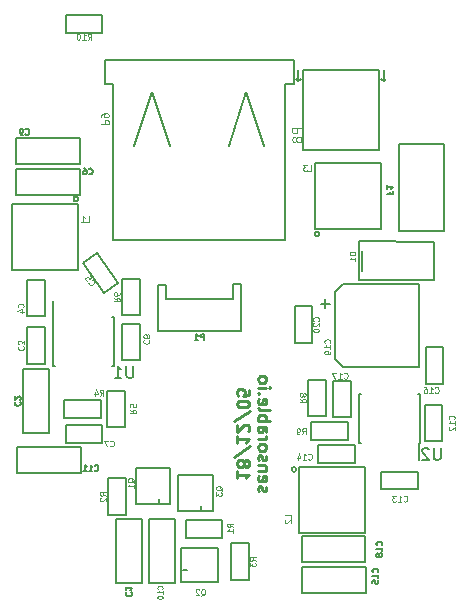
<source format=gbo>
G04 #@! TF.GenerationSoftware,KiCad,Pcbnew,(5.0.1)-4*
G04 #@! TF.CreationDate,2018-12-06T20:38:25-05:00*
G04 #@! TF.ProjectId,TrafMasterV1,547261664D617374657256312E6B6963,V1*
G04 #@! TF.SameCoordinates,Original*
G04 #@! TF.FileFunction,Legend,Bot*
G04 #@! TF.FilePolarity,Positive*
%FSLAX46Y46*%
G04 Gerber Fmt 4.6, Leading zero omitted, Abs format (unit mm)*
G04 Created by KiCad (PCBNEW (5.0.1)-4) date 12/6/2018 8:38:25 PM*
%MOMM*%
%LPD*%
G01*
G04 APERTURE LIST*
%ADD10C,0.254000*%
%ADD11C,0.150000*%
%ADD12C,0.100000*%
%ADD13C,0.125000*%
%ADD14C,0.127000*%
%ADD15C,0.107950*%
G04 APERTURE END LIST*
D10*
X106659921Y-95387885D02*
X106611540Y-95291123D01*
X106611540Y-95097600D01*
X106659921Y-95000838D01*
X106756683Y-94952457D01*
X106805064Y-94952457D01*
X106901826Y-95000838D01*
X106950207Y-95097600D01*
X106950207Y-95242742D01*
X106998588Y-95339504D01*
X107095350Y-95387885D01*
X107143731Y-95387885D01*
X107240493Y-95339504D01*
X107288874Y-95242742D01*
X107288874Y-95097600D01*
X107240493Y-95000838D01*
X106659921Y-94129980D02*
X106611540Y-94226742D01*
X106611540Y-94420266D01*
X106659921Y-94517028D01*
X106756683Y-94565409D01*
X107143731Y-94565409D01*
X107240493Y-94517028D01*
X107288874Y-94420266D01*
X107288874Y-94226742D01*
X107240493Y-94129980D01*
X107143731Y-94081600D01*
X107046969Y-94081600D01*
X106950207Y-94565409D01*
X107288874Y-93646171D02*
X106611540Y-93646171D01*
X107192112Y-93646171D02*
X107240493Y-93597790D01*
X107288874Y-93501028D01*
X107288874Y-93355885D01*
X107240493Y-93259123D01*
X107143731Y-93210742D01*
X106611540Y-93210742D01*
X106659921Y-92775314D02*
X106611540Y-92678552D01*
X106611540Y-92485028D01*
X106659921Y-92388266D01*
X106756683Y-92339885D01*
X106805064Y-92339885D01*
X106901826Y-92388266D01*
X106950207Y-92485028D01*
X106950207Y-92630171D01*
X106998588Y-92726933D01*
X107095350Y-92775314D01*
X107143731Y-92775314D01*
X107240493Y-92726933D01*
X107288874Y-92630171D01*
X107288874Y-92485028D01*
X107240493Y-92388266D01*
X106611540Y-91759314D02*
X106659921Y-91856076D01*
X106708302Y-91904457D01*
X106805064Y-91952838D01*
X107095350Y-91952838D01*
X107192112Y-91904457D01*
X107240493Y-91856076D01*
X107288874Y-91759314D01*
X107288874Y-91614171D01*
X107240493Y-91517409D01*
X107192112Y-91469028D01*
X107095350Y-91420647D01*
X106805064Y-91420647D01*
X106708302Y-91469028D01*
X106659921Y-91517409D01*
X106611540Y-91614171D01*
X106611540Y-91759314D01*
X106611540Y-90985219D02*
X107288874Y-90985219D01*
X107095350Y-90985219D02*
X107192112Y-90936838D01*
X107240493Y-90888457D01*
X107288874Y-90791695D01*
X107288874Y-90694933D01*
X106611540Y-89920838D02*
X107143731Y-89920838D01*
X107240493Y-89969219D01*
X107288874Y-90065980D01*
X107288874Y-90259504D01*
X107240493Y-90356266D01*
X106659921Y-89920838D02*
X106611540Y-90017600D01*
X106611540Y-90259504D01*
X106659921Y-90356266D01*
X106756683Y-90404647D01*
X106853445Y-90404647D01*
X106950207Y-90356266D01*
X106998588Y-90259504D01*
X106998588Y-90017600D01*
X107046969Y-89920838D01*
X106611540Y-89437028D02*
X107627540Y-89437028D01*
X107240493Y-89437028D02*
X107288874Y-89340266D01*
X107288874Y-89146742D01*
X107240493Y-89049980D01*
X107192112Y-89001600D01*
X107095350Y-88953219D01*
X106805064Y-88953219D01*
X106708302Y-89001600D01*
X106659921Y-89049980D01*
X106611540Y-89146742D01*
X106611540Y-89340266D01*
X106659921Y-89437028D01*
X106611540Y-88372647D02*
X106659921Y-88469409D01*
X106756683Y-88517790D01*
X107627540Y-88517790D01*
X106659921Y-87598552D02*
X106611540Y-87695314D01*
X106611540Y-87888838D01*
X106659921Y-87985600D01*
X106756683Y-88033980D01*
X107143731Y-88033980D01*
X107240493Y-87985600D01*
X107288874Y-87888838D01*
X107288874Y-87695314D01*
X107240493Y-87598552D01*
X107143731Y-87550171D01*
X107046969Y-87550171D01*
X106950207Y-88033980D01*
X106708302Y-87114742D02*
X106659921Y-87066361D01*
X106611540Y-87114742D01*
X106659921Y-87163123D01*
X106708302Y-87114742D01*
X106611540Y-87114742D01*
X106611540Y-86630933D02*
X107288874Y-86630933D01*
X107627540Y-86630933D02*
X107579160Y-86679314D01*
X107530779Y-86630933D01*
X107579160Y-86582552D01*
X107627540Y-86630933D01*
X107530779Y-86630933D01*
X106611540Y-86001980D02*
X106659921Y-86098742D01*
X106708302Y-86147123D01*
X106805064Y-86195504D01*
X107095350Y-86195504D01*
X107192112Y-86147123D01*
X107240493Y-86098742D01*
X107288874Y-86001980D01*
X107288874Y-85856838D01*
X107240493Y-85760076D01*
X107192112Y-85711695D01*
X107095350Y-85663314D01*
X106805064Y-85663314D01*
X106708302Y-85711695D01*
X106659921Y-85760076D01*
X106611540Y-85856838D01*
X106611540Y-86001980D01*
X104833540Y-93718742D02*
X104833540Y-94299314D01*
X104833540Y-94009028D02*
X105849540Y-94009028D01*
X105704398Y-94105790D01*
X105607636Y-94202552D01*
X105559255Y-94299314D01*
X105414112Y-93138171D02*
X105462493Y-93234933D01*
X105510874Y-93283314D01*
X105607636Y-93331695D01*
X105656017Y-93331695D01*
X105752779Y-93283314D01*
X105801160Y-93234933D01*
X105849540Y-93138171D01*
X105849540Y-92944647D01*
X105801160Y-92847885D01*
X105752779Y-92799504D01*
X105656017Y-92751123D01*
X105607636Y-92751123D01*
X105510874Y-92799504D01*
X105462493Y-92847885D01*
X105414112Y-92944647D01*
X105414112Y-93138171D01*
X105365731Y-93234933D01*
X105317350Y-93283314D01*
X105220588Y-93331695D01*
X105027064Y-93331695D01*
X104930302Y-93283314D01*
X104881921Y-93234933D01*
X104833540Y-93138171D01*
X104833540Y-92944647D01*
X104881921Y-92847885D01*
X104930302Y-92799504D01*
X105027064Y-92751123D01*
X105220588Y-92751123D01*
X105317350Y-92799504D01*
X105365731Y-92847885D01*
X105414112Y-92944647D01*
X105897921Y-91589980D02*
X104591636Y-92460838D01*
X104833540Y-90719123D02*
X104833540Y-91299695D01*
X104833540Y-91009409D02*
X105849540Y-91009409D01*
X105704398Y-91106171D01*
X105607636Y-91202933D01*
X105559255Y-91299695D01*
X105752779Y-90332076D02*
X105801160Y-90283695D01*
X105849540Y-90186933D01*
X105849540Y-89945028D01*
X105801160Y-89848266D01*
X105752779Y-89799885D01*
X105656017Y-89751504D01*
X105559255Y-89751504D01*
X105414112Y-89799885D01*
X104833540Y-90380457D01*
X104833540Y-89751504D01*
X105897921Y-88590361D02*
X104591636Y-89461219D01*
X105849540Y-88058171D02*
X105849540Y-87961409D01*
X105801160Y-87864647D01*
X105752779Y-87816266D01*
X105656017Y-87767885D01*
X105462493Y-87719504D01*
X105220588Y-87719504D01*
X105027064Y-87767885D01*
X104930302Y-87816266D01*
X104881921Y-87864647D01*
X104833540Y-87961409D01*
X104833540Y-88058171D01*
X104881921Y-88154933D01*
X104930302Y-88203314D01*
X105027064Y-88251695D01*
X105220588Y-88300076D01*
X105462493Y-88300076D01*
X105656017Y-88251695D01*
X105752779Y-88203314D01*
X105801160Y-88154933D01*
X105849540Y-88058171D01*
X105849540Y-86800266D02*
X105849540Y-87284076D01*
X105365731Y-87332457D01*
X105414112Y-87284076D01*
X105462493Y-87187314D01*
X105462493Y-86945409D01*
X105414112Y-86848647D01*
X105365731Y-86800266D01*
X105268969Y-86751885D01*
X105027064Y-86751885D01*
X104930302Y-86800266D01*
X104881921Y-86848647D01*
X104833540Y-86945409D01*
X104833540Y-87187314D01*
X104881921Y-87284076D01*
X104930302Y-87332457D01*
D11*
G04 #@! TO.C,C14*
X114818760Y-91487559D02*
X114818760Y-92987560D01*
X111718760Y-91487560D02*
X114818760Y-91487559D01*
X111718760Y-92987561D02*
X111718760Y-91487560D01*
X114818760Y-92987560D02*
X111718760Y-92987561D01*
G04 #@! TO.C,U2*
X120251460Y-91310280D02*
X120251460Y-92710280D01*
X115151460Y-91310280D02*
X115151460Y-87160280D01*
X120301460Y-91310280D02*
X120301460Y-87160280D01*
X115151460Y-91310280D02*
X115296460Y-91310280D01*
X115151460Y-87160280D02*
X115296460Y-87160280D01*
X120301460Y-87160280D02*
X120156460Y-87160280D01*
X120301460Y-91310280D02*
X120251460Y-91310280D01*
G04 #@! TO.C,D1*
X115415060Y-75013820D02*
X115415060Y-76735940D01*
X115150500Y-77482500D02*
X115150500Y-74232500D01*
X121500500Y-77532500D02*
X115145820Y-77533500D01*
X121500500Y-74282500D02*
X121500500Y-77532500D01*
X115150500Y-74232500D02*
X121500500Y-74282500D01*
G04 #@! TO.C,C19*
X112313000Y-79107000D02*
X112313000Y-79907000D01*
X111913000Y-79507000D02*
X112713000Y-79507000D01*
X113813000Y-77807000D02*
X120213000Y-77807000D01*
X113113000Y-78507000D02*
X113813000Y-77807000D01*
X113113000Y-84207000D02*
X113113000Y-78507000D01*
X113813000Y-84907000D02*
X113113000Y-84207000D01*
X120213000Y-84907000D02*
X113813000Y-84907000D01*
X120213000Y-77907000D02*
X120213000Y-84907000D01*
G04 #@! TO.C,P9*
X105612700Y-61621900D02*
X107112700Y-66121900D01*
X104112700Y-66121900D02*
X105612700Y-61621900D01*
X97612700Y-61621900D02*
X99112700Y-66121900D01*
X96112700Y-66121900D02*
X97612700Y-61621900D01*
X94362700Y-60871900D02*
X94362700Y-74121900D01*
X93612700Y-60871900D02*
X94362700Y-60871900D01*
X93612700Y-58871900D02*
X93612700Y-60871900D01*
X109612700Y-58871900D02*
X93612700Y-58871900D01*
X109612700Y-60871900D02*
X109612700Y-58871900D01*
X108862700Y-60871900D02*
X109612700Y-60871900D01*
X108862700Y-74121900D02*
X108862700Y-60871900D01*
X94362700Y-74121900D02*
X108862700Y-74121900D01*
G04 #@! TO.C,C16*
X120783920Y-83214880D02*
X122283920Y-83214880D01*
X120783920Y-86314880D02*
X120783920Y-83214880D01*
X122283920Y-86314880D02*
X120783920Y-86314880D01*
X122283920Y-83214880D02*
X122283920Y-86314880D01*
G04 #@! TO.C,C13*
X117042600Y-95243080D02*
X117042600Y-93743080D01*
X120142600Y-95243080D02*
X117042600Y-95243080D01*
X120142600Y-93743080D02*
X120142600Y-95243080D01*
X117042600Y-93743080D02*
X120142600Y-93743080D01*
G04 #@! TO.C,C12*
X120702640Y-88074880D02*
X122202640Y-88074880D01*
X120702640Y-91174880D02*
X120702640Y-88074880D01*
X122202640Y-91174880D02*
X120702640Y-91174880D01*
X122202640Y-88074880D02*
X122202640Y-91174880D01*
G04 #@! TO.C,C17*
X112950560Y-86044440D02*
X114450560Y-86044440D01*
X112950560Y-89144440D02*
X112950560Y-86044440D01*
X114450560Y-89144440D02*
X112950560Y-89144440D01*
X114450560Y-86044440D02*
X114450560Y-89144440D01*
G04 #@! TO.C,R9*
X114193920Y-89531760D02*
X114193920Y-91031760D01*
X111093920Y-89531760D02*
X114193920Y-89531760D01*
X111093920Y-91031760D02*
X111093920Y-89531760D01*
X114193920Y-91031760D02*
X111093920Y-91031760D01*
G04 #@! TO.C,L2*
X109836960Y-93549160D02*
G75*
G03X109836960Y-93549160I-200000J0D01*
G01*
X110036960Y-93349160D02*
X115636960Y-93349160D01*
X110036960Y-98949160D02*
X110036960Y-93349160D01*
X115636960Y-98949160D02*
X110036960Y-98949160D01*
X115636960Y-93349160D02*
X115636960Y-98949160D01*
G04 #@! TO.C,R8*
X112332200Y-89058080D02*
X110832200Y-89058080D01*
X112332200Y-85958080D02*
X112332200Y-89058080D01*
X110832200Y-85958080D02*
X112332200Y-85958080D01*
X110832200Y-89058080D02*
X110832200Y-85958080D01*
G04 #@! TO.C,C18*
X115694440Y-101343640D02*
X110294440Y-101343640D01*
X110294440Y-101343640D02*
X110294440Y-99143640D01*
X110294440Y-99143640D02*
X115694440Y-99143640D01*
X115694440Y-99143640D02*
X115694440Y-101293640D01*
G04 #@! TO.C,C15*
X115735080Y-103964920D02*
X110335080Y-103964920D01*
X110335080Y-103964920D02*
X110335080Y-101764920D01*
X110335080Y-101764920D02*
X115735080Y-101764920D01*
X115735080Y-101764920D02*
X115735080Y-103914920D01*
G04 #@! TO.C,C11*
X86200000Y-91686200D02*
X91600000Y-91686200D01*
X91600000Y-91686200D02*
X91600000Y-93886200D01*
X91600000Y-93886200D02*
X86200000Y-93886200D01*
X86200000Y-93886200D02*
X86200000Y-91736200D01*
G04 #@! TO.C,U1*
X89283300Y-80652800D02*
X89283300Y-79252800D01*
X94383300Y-80652800D02*
X94383300Y-84802800D01*
X89233300Y-80652800D02*
X89233300Y-84802800D01*
X94383300Y-80652800D02*
X94238300Y-80652800D01*
X94383300Y-84802800D02*
X94238300Y-84802800D01*
X89233300Y-84802800D02*
X89378300Y-84802800D01*
X89233300Y-80652800D02*
X89283300Y-80652800D01*
G04 #@! TO.C,C5*
X94751888Y-77771023D02*
X93523159Y-78631388D01*
X92973801Y-75231652D02*
X94751888Y-77771023D01*
X91745072Y-76092017D02*
X92973801Y-75231652D01*
X93523159Y-78631388D02*
X91745072Y-76092017D01*
G04 #@! TO.C,R1*
X103566180Y-97819700D02*
X103566180Y-99319700D01*
X100466180Y-97819700D02*
X103566180Y-97819700D01*
X100466180Y-99319700D02*
X100466180Y-97819700D01*
X103566180Y-99319700D02*
X100466180Y-99319700D01*
G04 #@! TO.C,P1*
X105142800Y-77928000D02*
X105142800Y-81828000D01*
X105142800Y-81828000D02*
X98192800Y-81828000D01*
X98192800Y-81828000D02*
X98092800Y-81828000D01*
X98092800Y-81828000D02*
X98092800Y-77928000D01*
X98092800Y-77928000D02*
X98842800Y-77928000D01*
X98842800Y-77928000D02*
X98842800Y-79128000D01*
X98842800Y-79128000D02*
X104442800Y-79128000D01*
X104442800Y-79128000D02*
X104442800Y-77878000D01*
X104442800Y-77878000D02*
X105142800Y-77878000D01*
G04 #@! TO.C,C1*
X94566180Y-103174700D02*
X94566180Y-97774700D01*
X94566180Y-97774700D02*
X96766180Y-97774700D01*
X96766180Y-97774700D02*
X96766180Y-103174700D01*
X96766180Y-103174700D02*
X94616180Y-103174700D01*
G04 #@! TO.C,C2*
X86733200Y-90457000D02*
X86733200Y-85057000D01*
X86733200Y-85057000D02*
X88933200Y-85057000D01*
X88933200Y-85057000D02*
X88933200Y-90457000D01*
X88933200Y-90457000D02*
X86783200Y-90457000D01*
G04 #@! TO.C,Q1*
X99184120Y-93405360D02*
X99184120Y-96505360D01*
X99184120Y-96505360D02*
X96284120Y-96505360D01*
X96284120Y-96505360D02*
X96284120Y-93405360D01*
X96284120Y-93405360D02*
X99184120Y-93405360D01*
X98184120Y-96405360D02*
X98184120Y-96055360D01*
G04 #@! TO.C,Q2*
X103210580Y-103067700D02*
X100110580Y-103067700D01*
X100110580Y-103067700D02*
X100110580Y-100167700D01*
X100110580Y-100167700D02*
X103210580Y-100167700D01*
X103210580Y-100167700D02*
X103210580Y-103067700D01*
X100210580Y-102067700D02*
X100560580Y-102067700D01*
G04 #@! TO.C,Q3*
X102754980Y-93997100D02*
X102754980Y-97097100D01*
X102754980Y-97097100D02*
X99854980Y-97097100D01*
X99854980Y-97097100D02*
X99854980Y-93997100D01*
X99854980Y-93997100D02*
X102754980Y-93997100D01*
X101754980Y-96997100D02*
X101754980Y-96647100D01*
G04 #@! TO.C,R2*
X93920880Y-94263880D02*
X95420880Y-94263880D01*
X93920880Y-97363880D02*
X93920880Y-94263880D01*
X95420880Y-97363880D02*
X93920880Y-97363880D01*
X95420880Y-94263880D02*
X95420880Y-97363880D01*
G04 #@! TO.C,R3*
X104314180Y-99813700D02*
X105814180Y-99813700D01*
X104314180Y-102913700D02*
X104314180Y-99813700D01*
X105814180Y-102913700D02*
X104314180Y-102913700D01*
X105814180Y-99813700D02*
X105814180Y-102913700D01*
G04 #@! TO.C,P8*
X110026900Y-59693600D02*
X110026900Y-60693600D01*
X110026900Y-60693600D02*
X110226900Y-60493600D01*
X110026900Y-60693600D02*
X109826900Y-60493600D01*
X117226900Y-60693600D02*
X117426900Y-60493600D01*
X117226900Y-60693600D02*
X117026900Y-60493600D01*
X117226900Y-59693600D02*
X117226900Y-60693600D01*
X116826900Y-59693600D02*
X110426900Y-59693600D01*
X116826900Y-66493600D02*
X116826900Y-59693600D01*
X110426900Y-66493600D02*
X116826900Y-66493600D01*
X110426900Y-59693600D02*
X110426900Y-66493600D01*
G04 #@! TO.C,C6*
X91498400Y-70340400D02*
X86098400Y-70340400D01*
X86098400Y-70340400D02*
X86098400Y-68140400D01*
X86098400Y-68140400D02*
X91498400Y-68140400D01*
X91498400Y-68140400D02*
X91498400Y-70290400D01*
G04 #@! TO.C,C9*
X91498400Y-67724200D02*
X86098400Y-67724200D01*
X86098400Y-67724200D02*
X86098400Y-65524200D01*
X86098400Y-65524200D02*
X91498400Y-65524200D01*
X91498400Y-65524200D02*
X91498400Y-67674200D01*
G04 #@! TO.C,C10*
X99598280Y-97736600D02*
X99598280Y-103136600D01*
X99598280Y-103136600D02*
X97398280Y-103136600D01*
X97398280Y-103136600D02*
X97398280Y-97736600D01*
X97398280Y-97736600D02*
X99548280Y-97736600D01*
G04 #@! TO.C,L1*
X91369800Y-70647600D02*
G75*
G03X91369800Y-70647600I-200000J0D01*
G01*
X91369800Y-71047600D02*
X91369800Y-76647600D01*
X85769800Y-71047600D02*
X91369800Y-71047600D01*
X85769800Y-76647600D02*
X85769800Y-71047600D01*
X91369800Y-76647600D02*
X85769800Y-76647600D01*
G04 #@! TO.C,R4*
X93294800Y-87667400D02*
X93294800Y-89167400D01*
X90194800Y-87667400D02*
X93294800Y-87667400D01*
X90194800Y-89167400D02*
X90194800Y-87667400D01*
X93294800Y-89167400D02*
X90194800Y-89167400D01*
G04 #@! TO.C,R5*
X95339600Y-89992800D02*
X93839600Y-89992800D01*
X95339600Y-86892800D02*
X95339600Y-89992800D01*
X93839600Y-86892800D02*
X95339600Y-86892800D01*
X93839600Y-89992800D02*
X93839600Y-86892800D01*
G04 #@! TO.C,C3*
X88545100Y-84582600D02*
X87045100Y-84582600D01*
X88545100Y-81482600D02*
X88545100Y-84582600D01*
X87045100Y-81482600D02*
X88545100Y-81482600D01*
X87045100Y-84582600D02*
X87045100Y-81482600D01*
G04 #@! TO.C,C4*
X87032400Y-77469400D02*
X88532400Y-77469400D01*
X87032400Y-80569400D02*
X87032400Y-77469400D01*
X88532400Y-80569400D02*
X87032400Y-80569400D01*
X88532400Y-77469400D02*
X88532400Y-80569400D01*
G04 #@! TO.C,C7*
X90305000Y-91275600D02*
X90305000Y-89775600D01*
X93405000Y-91275600D02*
X90305000Y-91275600D01*
X93405000Y-89775600D02*
X93405000Y-91275600D01*
X90305000Y-89775600D02*
X93405000Y-89775600D01*
G04 #@! TO.C,C8*
X96584200Y-84303200D02*
X95084200Y-84303200D01*
X96584200Y-81203200D02*
X96584200Y-84303200D01*
X95084200Y-81203200D02*
X96584200Y-81203200D01*
X95084200Y-84303200D02*
X95084200Y-81203200D01*
G04 #@! TO.C,R6*
X96609600Y-80505900D02*
X95109600Y-80505900D01*
X96609600Y-77405900D02*
X96609600Y-80505900D01*
X95109600Y-77405900D02*
X96609600Y-77405900D01*
X95109600Y-80505900D02*
X95109600Y-77405900D01*
G04 #@! TO.C,F1*
X118500000Y-73400000D02*
X118500000Y-66000000D01*
X118500000Y-66000000D02*
X122350000Y-66000000D01*
X122350000Y-66000000D02*
X122350000Y-73400000D01*
X122350000Y-73400000D02*
X118500000Y-73400000D01*
G04 #@! TO.C,L3*
X111800000Y-73600000D02*
G75*
G03X111800000Y-73600000I-200000J0D01*
G01*
X111400000Y-73200000D02*
X111400000Y-67600000D01*
X117000000Y-73200000D02*
X111400000Y-73200000D01*
X117000000Y-67600000D02*
X117000000Y-73200000D01*
X111400000Y-67600000D02*
X117000000Y-67600000D01*
G04 #@! TO.C,R10*
X93416720Y-56574120D02*
X90316720Y-56574120D01*
X90316720Y-56574120D02*
X90316720Y-55074120D01*
X90316720Y-55074120D02*
X93416720Y-55074120D01*
X93416720Y-55074120D02*
X93416720Y-56574120D01*
G04 #@! TO.C,C20*
X109689200Y-79731560D02*
X111189200Y-79731560D01*
X109689200Y-82831560D02*
X109689200Y-79731560D01*
X111189200Y-82831560D02*
X109689200Y-82831560D01*
X111189200Y-79731560D02*
X111189200Y-82831560D01*
G04 #@! TO.C,C14*
D12*
X110857148Y-92659971D02*
X110880958Y-92683780D01*
X110952386Y-92707590D01*
X111000005Y-92707590D01*
X111071434Y-92683780D01*
X111119053Y-92636161D01*
X111142862Y-92588542D01*
X111166672Y-92493304D01*
X111166672Y-92421876D01*
X111142862Y-92326638D01*
X111119053Y-92279019D01*
X111071434Y-92231400D01*
X111000005Y-92207590D01*
X110952386Y-92207590D01*
X110880958Y-92231400D01*
X110857148Y-92255209D01*
X110380958Y-92707590D02*
X110666672Y-92707590D01*
X110523815Y-92707590D02*
X110523815Y-92207590D01*
X110571434Y-92279019D01*
X110619053Y-92326638D01*
X110666672Y-92350447D01*
X109952386Y-92374257D02*
X109952386Y-92707590D01*
X110071434Y-92183780D02*
X110190481Y-92540923D01*
X109880958Y-92540923D01*
G04 #@! TO.C,U2*
D11*
X122051984Y-91740740D02*
X122051984Y-92550264D01*
X122004365Y-92645502D01*
X121956746Y-92693121D01*
X121861508Y-92740740D01*
X121671032Y-92740740D01*
X121575794Y-92693121D01*
X121528175Y-92645502D01*
X121480556Y-92550264D01*
X121480556Y-91740740D01*
X121051984Y-91835979D02*
X121004365Y-91788360D01*
X120909127Y-91740740D01*
X120671032Y-91740740D01*
X120575794Y-91788360D01*
X120528175Y-91835979D01*
X120480556Y-91931217D01*
X120480556Y-92026455D01*
X120528175Y-92169312D01*
X121099603Y-92740740D01*
X120480556Y-92740740D01*
G04 #@! TO.C,D1*
D12*
X114846230Y-75134992D02*
X114346230Y-75134992D01*
X114346230Y-75254040D01*
X114370040Y-75325468D01*
X114417659Y-75373087D01*
X114465278Y-75396897D01*
X114560516Y-75420706D01*
X114631944Y-75420706D01*
X114727182Y-75396897D01*
X114774801Y-75373087D01*
X114822420Y-75325468D01*
X114846230Y-75254040D01*
X114846230Y-75134992D01*
X114846230Y-75896897D02*
X114846230Y-75611182D01*
X114846230Y-75754040D02*
X114346230Y-75754040D01*
X114417659Y-75706420D01*
X114465278Y-75658801D01*
X114489087Y-75611182D01*
G04 #@! TO.C,C19*
D13*
X112680251Y-82853411D02*
X112704060Y-82829601D01*
X112727870Y-82758173D01*
X112727870Y-82710554D01*
X112704060Y-82639125D01*
X112656441Y-82591506D01*
X112608822Y-82567697D01*
X112513584Y-82543887D01*
X112442156Y-82543887D01*
X112346918Y-82567697D01*
X112299299Y-82591506D01*
X112251680Y-82639125D01*
X112227870Y-82710554D01*
X112227870Y-82758173D01*
X112251680Y-82829601D01*
X112275489Y-82853411D01*
X112727870Y-83329601D02*
X112727870Y-83043887D01*
X112727870Y-83186744D02*
X112227870Y-83186744D01*
X112299299Y-83139125D01*
X112346918Y-83091506D01*
X112370727Y-83043887D01*
X112727870Y-83567697D02*
X112727870Y-83662935D01*
X112704060Y-83710554D01*
X112680251Y-83734363D01*
X112608822Y-83781982D01*
X112513584Y-83805792D01*
X112323108Y-83805792D01*
X112275489Y-83781982D01*
X112251680Y-83758173D01*
X112227870Y-83710554D01*
X112227870Y-83615316D01*
X112251680Y-83567697D01*
X112275489Y-83543887D01*
X112323108Y-83520078D01*
X112442156Y-83520078D01*
X112489775Y-83543887D01*
X112513584Y-83567697D01*
X112537394Y-83615316D01*
X112537394Y-83710554D01*
X112513584Y-83758173D01*
X112489775Y-83781982D01*
X112442156Y-83805792D01*
G04 #@! TO.C,P9*
D12*
X93341271Y-64314757D02*
X93941271Y-64314757D01*
X93941271Y-64086185D01*
X93912700Y-64029042D01*
X93884128Y-64000471D01*
X93826985Y-63971900D01*
X93741271Y-63971900D01*
X93684128Y-64000471D01*
X93655557Y-64029042D01*
X93626985Y-64086185D01*
X93626985Y-64314757D01*
X93341271Y-63686185D02*
X93341271Y-63571900D01*
X93369842Y-63514757D01*
X93398414Y-63486185D01*
X93484128Y-63429042D01*
X93598414Y-63400471D01*
X93826985Y-63400471D01*
X93884128Y-63429042D01*
X93912700Y-63457614D01*
X93941271Y-63514757D01*
X93941271Y-63629042D01*
X93912700Y-63686185D01*
X93884128Y-63714757D01*
X93826985Y-63743328D01*
X93684128Y-63743328D01*
X93626985Y-63714757D01*
X93598414Y-63686185D01*
X93569842Y-63629042D01*
X93569842Y-63514757D01*
X93598414Y-63457614D01*
X93626985Y-63429042D01*
X93684128Y-63400471D01*
G04 #@! TO.C,C16*
X121586108Y-87031331D02*
X121609918Y-87055140D01*
X121681346Y-87078950D01*
X121728965Y-87078950D01*
X121800394Y-87055140D01*
X121848013Y-87007521D01*
X121871822Y-86959902D01*
X121895632Y-86864664D01*
X121895632Y-86793236D01*
X121871822Y-86697998D01*
X121848013Y-86650379D01*
X121800394Y-86602760D01*
X121728965Y-86578950D01*
X121681346Y-86578950D01*
X121609918Y-86602760D01*
X121586108Y-86626569D01*
X121109918Y-87078950D02*
X121395632Y-87078950D01*
X121252775Y-87078950D02*
X121252775Y-86578950D01*
X121300394Y-86650379D01*
X121348013Y-86697998D01*
X121395632Y-86721807D01*
X120681346Y-86578950D02*
X120776584Y-86578950D01*
X120824203Y-86602760D01*
X120848013Y-86626569D01*
X120895632Y-86697998D01*
X120919441Y-86793236D01*
X120919441Y-86983712D01*
X120895632Y-87031331D01*
X120871822Y-87055140D01*
X120824203Y-87078950D01*
X120728965Y-87078950D01*
X120681346Y-87055140D01*
X120657537Y-87031331D01*
X120633727Y-86983712D01*
X120633727Y-86864664D01*
X120657537Y-86817045D01*
X120681346Y-86793236D01*
X120728965Y-86769426D01*
X120824203Y-86769426D01*
X120871822Y-86793236D01*
X120895632Y-86817045D01*
X120919441Y-86864664D01*
G04 #@! TO.C,C13*
X118919108Y-96215971D02*
X118942918Y-96239780D01*
X119014346Y-96263590D01*
X119061965Y-96263590D01*
X119133394Y-96239780D01*
X119181013Y-96192161D01*
X119204822Y-96144542D01*
X119228632Y-96049304D01*
X119228632Y-95977876D01*
X119204822Y-95882638D01*
X119181013Y-95835019D01*
X119133394Y-95787400D01*
X119061965Y-95763590D01*
X119014346Y-95763590D01*
X118942918Y-95787400D01*
X118919108Y-95811209D01*
X118442918Y-96263590D02*
X118728632Y-96263590D01*
X118585775Y-96263590D02*
X118585775Y-95763590D01*
X118633394Y-95835019D01*
X118681013Y-95882638D01*
X118728632Y-95906447D01*
X118276251Y-95763590D02*
X117966727Y-95763590D01*
X118133394Y-95954066D01*
X118061965Y-95954066D01*
X118014346Y-95977876D01*
X117990537Y-96001685D01*
X117966727Y-96049304D01*
X117966727Y-96168352D01*
X117990537Y-96215971D01*
X118014346Y-96239780D01*
X118061965Y-96263590D01*
X118204822Y-96263590D01*
X118252441Y-96239780D01*
X118276251Y-96215971D01*
G04 #@! TO.C,C12*
X123188231Y-89290751D02*
X123212040Y-89266941D01*
X123235850Y-89195513D01*
X123235850Y-89147894D01*
X123212040Y-89076465D01*
X123164421Y-89028846D01*
X123116802Y-89005037D01*
X123021564Y-88981227D01*
X122950136Y-88981227D01*
X122854898Y-89005037D01*
X122807279Y-89028846D01*
X122759660Y-89076465D01*
X122735850Y-89147894D01*
X122735850Y-89195513D01*
X122759660Y-89266941D01*
X122783469Y-89290751D01*
X123235850Y-89766941D02*
X123235850Y-89481227D01*
X123235850Y-89624084D02*
X122735850Y-89624084D01*
X122807279Y-89576465D01*
X122854898Y-89528846D01*
X122878707Y-89481227D01*
X122783469Y-89957418D02*
X122759660Y-89981227D01*
X122735850Y-90028846D01*
X122735850Y-90147894D01*
X122759660Y-90195513D01*
X122783469Y-90219322D01*
X122831088Y-90243132D01*
X122878707Y-90243132D01*
X122950136Y-90219322D01*
X123235850Y-89933608D01*
X123235850Y-90243132D01*
G04 #@! TO.C,C17*
X113879748Y-85807051D02*
X113903558Y-85830860D01*
X113974986Y-85854670D01*
X114022605Y-85854670D01*
X114094034Y-85830860D01*
X114141653Y-85783241D01*
X114165462Y-85735622D01*
X114189272Y-85640384D01*
X114189272Y-85568956D01*
X114165462Y-85473718D01*
X114141653Y-85426099D01*
X114094034Y-85378480D01*
X114022605Y-85354670D01*
X113974986Y-85354670D01*
X113903558Y-85378480D01*
X113879748Y-85402289D01*
X113403558Y-85854670D02*
X113689272Y-85854670D01*
X113546415Y-85854670D02*
X113546415Y-85354670D01*
X113594034Y-85426099D01*
X113641653Y-85473718D01*
X113689272Y-85497527D01*
X113236891Y-85354670D02*
X112903558Y-85354670D01*
X113117843Y-85854670D01*
G04 #@! TO.C,R9*
X110339653Y-90563830D02*
X110506320Y-90325735D01*
X110625367Y-90563830D02*
X110625367Y-90063830D01*
X110434891Y-90063830D01*
X110387272Y-90087640D01*
X110363462Y-90111449D01*
X110339653Y-90159068D01*
X110339653Y-90230497D01*
X110363462Y-90278116D01*
X110387272Y-90301925D01*
X110434891Y-90325735D01*
X110625367Y-90325735D01*
X110101558Y-90563830D02*
X110006320Y-90563830D01*
X109958700Y-90540020D01*
X109934891Y-90516211D01*
X109887272Y-90444782D01*
X109863462Y-90349544D01*
X109863462Y-90159068D01*
X109887272Y-90111449D01*
X109911081Y-90087640D01*
X109958700Y-90063830D01*
X110053939Y-90063830D01*
X110101558Y-90087640D01*
X110125367Y-90111449D01*
X110149177Y-90159068D01*
X110149177Y-90278116D01*
X110125367Y-90325735D01*
X110101558Y-90349544D01*
X110053939Y-90373354D01*
X109958700Y-90373354D01*
X109911081Y-90349544D01*
X109887272Y-90325735D01*
X109863462Y-90278116D01*
G04 #@! TO.C,L2*
D13*
X109354750Y-97653326D02*
X109354750Y-97415231D01*
X108854750Y-97415231D01*
X108902369Y-97796183D02*
X108878560Y-97819993D01*
X108854750Y-97867612D01*
X108854750Y-97986660D01*
X108878560Y-98034279D01*
X108902369Y-98058088D01*
X108949988Y-98081898D01*
X108997607Y-98081898D01*
X109069036Y-98058088D01*
X109354750Y-97772374D01*
X109354750Y-98081898D01*
G04 #@! TO.C,R8*
D12*
X110124109Y-87566013D02*
X110362204Y-87732680D01*
X110124109Y-87851727D02*
X110624109Y-87851727D01*
X110624109Y-87661251D01*
X110600300Y-87613632D01*
X110576490Y-87589822D01*
X110528871Y-87566013D01*
X110457442Y-87566013D01*
X110409823Y-87589822D01*
X110386014Y-87613632D01*
X110362204Y-87661251D01*
X110362204Y-87851727D01*
X110409823Y-87280299D02*
X110433633Y-87327918D01*
X110457442Y-87351727D01*
X110505061Y-87375537D01*
X110528871Y-87375537D01*
X110576490Y-87351727D01*
X110600300Y-87327918D01*
X110624109Y-87280299D01*
X110624109Y-87185060D01*
X110600300Y-87137441D01*
X110576490Y-87113632D01*
X110528871Y-87089822D01*
X110505061Y-87089822D01*
X110457442Y-87113632D01*
X110433633Y-87137441D01*
X110409823Y-87185060D01*
X110409823Y-87280299D01*
X110386014Y-87327918D01*
X110362204Y-87351727D01*
X110314585Y-87375537D01*
X110219347Y-87375537D01*
X110171728Y-87351727D01*
X110147919Y-87327918D01*
X110124109Y-87280299D01*
X110124109Y-87185060D01*
X110147919Y-87137441D01*
X110171728Y-87113632D01*
X110219347Y-87089822D01*
X110314585Y-87089822D01*
X110362204Y-87113632D01*
X110386014Y-87137441D01*
X110409823Y-87185060D01*
G04 #@! TO.C,C18*
D14*
X117072228Y-99962788D02*
X117096419Y-99938598D01*
X117120609Y-99866026D01*
X117120609Y-99817645D01*
X117096419Y-99745074D01*
X117048038Y-99696693D01*
X116999657Y-99672502D01*
X116902895Y-99648312D01*
X116830323Y-99648312D01*
X116733561Y-99672502D01*
X116685180Y-99696693D01*
X116636800Y-99745074D01*
X116612609Y-99817645D01*
X116612609Y-99866026D01*
X116636800Y-99938598D01*
X116660990Y-99962788D01*
X117120609Y-100446598D02*
X117120609Y-100156312D01*
X117120609Y-100301455D02*
X116612609Y-100301455D01*
X116685180Y-100253074D01*
X116733561Y-100204693D01*
X116757752Y-100156312D01*
X116830323Y-100736883D02*
X116806133Y-100688502D01*
X116781942Y-100664312D01*
X116733561Y-100640121D01*
X116709371Y-100640121D01*
X116660990Y-100664312D01*
X116636800Y-100688502D01*
X116612609Y-100736883D01*
X116612609Y-100833645D01*
X116636800Y-100882026D01*
X116660990Y-100906217D01*
X116709371Y-100930407D01*
X116733561Y-100930407D01*
X116781942Y-100906217D01*
X116806133Y-100882026D01*
X116830323Y-100833645D01*
X116830323Y-100736883D01*
X116854514Y-100688502D01*
X116878704Y-100664312D01*
X116927085Y-100640121D01*
X117023847Y-100640121D01*
X117072228Y-100664312D01*
X117096419Y-100688502D01*
X117120609Y-100736883D01*
X117120609Y-100833645D01*
X117096419Y-100882026D01*
X117072228Y-100906217D01*
X117023847Y-100930407D01*
X116927085Y-100930407D01*
X116878704Y-100906217D01*
X116854514Y-100882026D01*
X116830323Y-100833645D01*
G04 #@! TO.C,C15*
X116731868Y-102253868D02*
X116756059Y-102229678D01*
X116780249Y-102157106D01*
X116780249Y-102108725D01*
X116756059Y-102036154D01*
X116707678Y-101987773D01*
X116659297Y-101963582D01*
X116562535Y-101939392D01*
X116489963Y-101939392D01*
X116393201Y-101963582D01*
X116344820Y-101987773D01*
X116296440Y-102036154D01*
X116272249Y-102108725D01*
X116272249Y-102157106D01*
X116296440Y-102229678D01*
X116320630Y-102253868D01*
X116780249Y-102737678D02*
X116780249Y-102447392D01*
X116780249Y-102592535D02*
X116272249Y-102592535D01*
X116344820Y-102544154D01*
X116393201Y-102495773D01*
X116417392Y-102447392D01*
X116272249Y-103197297D02*
X116272249Y-102955392D01*
X116514154Y-102931201D01*
X116489963Y-102955392D01*
X116465773Y-103003773D01*
X116465773Y-103124725D01*
X116489963Y-103173106D01*
X116514154Y-103197297D01*
X116562535Y-103221487D01*
X116683487Y-103221487D01*
X116731868Y-103197297D01*
X116756059Y-103173106D01*
X116780249Y-103124725D01*
X116780249Y-103003773D01*
X116756059Y-102955392D01*
X116731868Y-102931201D01*
G04 #@! TO.C,C11*
X92777491Y-93628028D02*
X92801681Y-93652219D01*
X92874253Y-93676409D01*
X92922634Y-93676409D01*
X92995205Y-93652219D01*
X93043586Y-93603838D01*
X93067777Y-93555457D01*
X93091967Y-93458695D01*
X93091967Y-93386123D01*
X93067777Y-93289361D01*
X93043586Y-93240980D01*
X92995205Y-93192600D01*
X92922634Y-93168409D01*
X92874253Y-93168409D01*
X92801681Y-93192600D01*
X92777491Y-93216790D01*
X92293681Y-93676409D02*
X92583967Y-93676409D01*
X92438824Y-93676409D02*
X92438824Y-93168409D01*
X92487205Y-93240980D01*
X92535586Y-93289361D01*
X92583967Y-93313552D01*
X91809872Y-93676409D02*
X92100158Y-93676409D01*
X91955015Y-93676409D02*
X91955015Y-93168409D01*
X92003396Y-93240980D01*
X92051777Y-93289361D01*
X92100158Y-93313552D01*
G04 #@! TO.C,U1*
D11*
X96022064Y-84781140D02*
X96022064Y-85590664D01*
X95974445Y-85685902D01*
X95926826Y-85733521D01*
X95831588Y-85781140D01*
X95641112Y-85781140D01*
X95545874Y-85733521D01*
X95498255Y-85685902D01*
X95450636Y-85590664D01*
X95450636Y-84781140D01*
X94450636Y-85781140D02*
X95022064Y-85781140D01*
X94736350Y-85781140D02*
X94736350Y-84781140D01*
X94831588Y-84923998D01*
X94926826Y-85019236D01*
X95022064Y-85066855D01*
G04 #@! TO.C,C5*
D12*
X92248933Y-77733141D02*
X92243086Y-77766301D01*
X92264552Y-77838468D01*
X92291866Y-77877475D01*
X92352339Y-77922330D01*
X92418659Y-77934024D01*
X92471323Y-77926214D01*
X92562994Y-77891092D01*
X92621505Y-77850122D01*
X92685863Y-77775992D01*
X92711214Y-77729175D01*
X92722908Y-77662855D01*
X92701442Y-77590687D01*
X92674128Y-77551680D01*
X92613655Y-77506826D01*
X92580495Y-77500979D01*
X92360027Y-77103097D02*
X92496593Y-77298133D01*
X92315213Y-77454202D01*
X92321060Y-77421042D01*
X92313251Y-77368378D01*
X92244968Y-77270860D01*
X92198151Y-77245510D01*
X92164991Y-77239663D01*
X92112327Y-77247472D01*
X92014809Y-77315755D01*
X91989458Y-77362572D01*
X91983611Y-77395732D01*
X91991421Y-77448396D01*
X92059704Y-77545914D01*
X92106521Y-77571265D01*
X92139681Y-77577112D01*
G04 #@! TO.C,R1*
X104503350Y-98412786D02*
X104265255Y-98246120D01*
X104503350Y-98127072D02*
X104003350Y-98127072D01*
X104003350Y-98317548D01*
X104027160Y-98365167D01*
X104050969Y-98388977D01*
X104098588Y-98412786D01*
X104170017Y-98412786D01*
X104217636Y-98388977D01*
X104241445Y-98365167D01*
X104265255Y-98317548D01*
X104265255Y-98127072D01*
X104503350Y-98888977D02*
X104503350Y-98603262D01*
X104503350Y-98746120D02*
X104003350Y-98746120D01*
X104074779Y-98698500D01*
X104122398Y-98650881D01*
X104146207Y-98603262D01*
G04 #@! TO.C,P1*
D14*
X102017752Y-82607809D02*
X102017752Y-82099809D01*
X101824228Y-82099809D01*
X101775847Y-82124000D01*
X101751657Y-82148190D01*
X101727466Y-82196571D01*
X101727466Y-82269142D01*
X101751657Y-82317523D01*
X101775847Y-82341714D01*
X101824228Y-82365904D01*
X102017752Y-82365904D01*
X101243657Y-82607809D02*
X101533942Y-82607809D01*
X101388800Y-82607809D02*
X101388800Y-82099809D01*
X101437180Y-82172380D01*
X101485561Y-82220761D01*
X101533942Y-82244952D01*
G04 #@! TO.C,C1*
X95469891Y-103960506D02*
X95445700Y-103984697D01*
X95421510Y-104057268D01*
X95421510Y-104105649D01*
X95445700Y-104178220D01*
X95494081Y-104226601D01*
X95542462Y-104250792D01*
X95639224Y-104274982D01*
X95711796Y-104274982D01*
X95808558Y-104250792D01*
X95856939Y-104226601D01*
X95905320Y-104178220D01*
X95929510Y-104105649D01*
X95929510Y-104057268D01*
X95905320Y-103984697D01*
X95881129Y-103960506D01*
X95421510Y-103476697D02*
X95421510Y-103766982D01*
X95421510Y-103621840D02*
X95929510Y-103621840D01*
X95856939Y-103670220D01*
X95808558Y-103718601D01*
X95784367Y-103766982D01*
G04 #@! TO.C,C2*
X86051771Y-87841666D02*
X86027580Y-87865857D01*
X86003390Y-87938428D01*
X86003390Y-87986809D01*
X86027580Y-88059380D01*
X86075961Y-88107761D01*
X86124342Y-88131952D01*
X86221104Y-88156142D01*
X86293676Y-88156142D01*
X86390438Y-88131952D01*
X86438819Y-88107761D01*
X86487200Y-88059380D01*
X86511390Y-87986809D01*
X86511390Y-87938428D01*
X86487200Y-87865857D01*
X86463009Y-87841666D01*
X86463009Y-87648142D02*
X86487200Y-87623952D01*
X86511390Y-87575571D01*
X86511390Y-87454619D01*
X86487200Y-87406238D01*
X86463009Y-87382047D01*
X86414628Y-87357857D01*
X86366247Y-87357857D01*
X86293676Y-87382047D01*
X86003390Y-87672333D01*
X86003390Y-87357857D01*
G04 #@! TO.C,Q1*
D12*
X96107929Y-94657740D02*
X96084120Y-94610121D01*
X96036500Y-94562502D01*
X95965072Y-94491074D01*
X95941262Y-94443455D01*
X95941262Y-94395836D01*
X96060310Y-94419645D02*
X96036500Y-94372026D01*
X95988881Y-94324407D01*
X95893643Y-94300598D01*
X95726977Y-94300598D01*
X95631739Y-94324407D01*
X95584120Y-94372026D01*
X95560310Y-94419645D01*
X95560310Y-94514883D01*
X95584120Y-94562502D01*
X95631739Y-94610121D01*
X95726977Y-94633931D01*
X95893643Y-94633931D01*
X95988881Y-94610121D01*
X96036500Y-94562502D01*
X96060310Y-94514883D01*
X96060310Y-94419645D01*
X96060310Y-95110121D02*
X96060310Y-94824407D01*
X96060310Y-94967264D02*
X95560310Y-94967264D01*
X95631739Y-94919645D01*
X95679358Y-94872026D01*
X95703167Y-94824407D01*
G04 #@! TO.C,Q2*
X101779699Y-104220769D02*
X101827318Y-104196960D01*
X101874937Y-104149340D01*
X101946365Y-104077912D01*
X101993984Y-104054102D01*
X102041603Y-104054102D01*
X102017794Y-104173150D02*
X102065413Y-104149340D01*
X102113032Y-104101721D01*
X102136841Y-104006483D01*
X102136841Y-103839817D01*
X102113032Y-103744579D01*
X102065413Y-103696960D01*
X102017794Y-103673150D01*
X101922556Y-103673150D01*
X101874937Y-103696960D01*
X101827318Y-103744579D01*
X101803508Y-103839817D01*
X101803508Y-104006483D01*
X101827318Y-104101721D01*
X101874937Y-104149340D01*
X101922556Y-104173150D01*
X102017794Y-104173150D01*
X101613032Y-103720769D02*
X101589222Y-103696960D01*
X101541603Y-103673150D01*
X101422556Y-103673150D01*
X101374937Y-103696960D01*
X101351127Y-103720769D01*
X101327318Y-103768388D01*
X101327318Y-103816007D01*
X101351127Y-103887436D01*
X101636841Y-104173150D01*
X101327318Y-104173150D01*
G04 #@! TO.C,Q3*
X103575609Y-95334460D02*
X103551800Y-95286841D01*
X103504180Y-95239222D01*
X103432752Y-95167794D01*
X103408942Y-95120175D01*
X103408942Y-95072556D01*
X103527990Y-95096365D02*
X103504180Y-95048746D01*
X103456561Y-95001127D01*
X103361323Y-94977318D01*
X103194657Y-94977318D01*
X103099419Y-95001127D01*
X103051800Y-95048746D01*
X103027990Y-95096365D01*
X103027990Y-95191603D01*
X103051800Y-95239222D01*
X103099419Y-95286841D01*
X103194657Y-95310651D01*
X103361323Y-95310651D01*
X103456561Y-95286841D01*
X103504180Y-95239222D01*
X103527990Y-95191603D01*
X103527990Y-95096365D01*
X103027990Y-95477318D02*
X103027990Y-95786841D01*
X103218466Y-95620175D01*
X103218466Y-95691603D01*
X103242276Y-95739222D01*
X103266085Y-95763032D01*
X103313704Y-95786841D01*
X103432752Y-95786841D01*
X103480371Y-95763032D01*
X103504180Y-95739222D01*
X103527990Y-95691603D01*
X103527990Y-95548746D01*
X103504180Y-95501127D01*
X103480371Y-95477318D01*
G04 #@! TO.C,R2*
X93718890Y-95768726D02*
X93480795Y-95602060D01*
X93718890Y-95483012D02*
X93218890Y-95483012D01*
X93218890Y-95673488D01*
X93242700Y-95721107D01*
X93266509Y-95744917D01*
X93314128Y-95768726D01*
X93385557Y-95768726D01*
X93433176Y-95744917D01*
X93456985Y-95721107D01*
X93480795Y-95673488D01*
X93480795Y-95483012D01*
X93266509Y-95959202D02*
X93242700Y-95983012D01*
X93218890Y-96030631D01*
X93218890Y-96149679D01*
X93242700Y-96197298D01*
X93266509Y-96221107D01*
X93314128Y-96244917D01*
X93361747Y-96244917D01*
X93433176Y-96221107D01*
X93718890Y-95935393D01*
X93718890Y-96244917D01*
G04 #@! TO.C,R3*
X106390370Y-101280366D02*
X106152275Y-101113700D01*
X106390370Y-100994652D02*
X105890370Y-100994652D01*
X105890370Y-101185128D01*
X105914180Y-101232747D01*
X105937989Y-101256557D01*
X105985608Y-101280366D01*
X106057037Y-101280366D01*
X106104656Y-101256557D01*
X106128465Y-101232747D01*
X106152275Y-101185128D01*
X106152275Y-100994652D01*
X105890370Y-101447033D02*
X105890370Y-101756557D01*
X106080846Y-101589890D01*
X106080846Y-101661319D01*
X106104656Y-101708938D01*
X106128465Y-101732747D01*
X106176084Y-101756557D01*
X106295132Y-101756557D01*
X106342751Y-101732747D01*
X106366560Y-101708938D01*
X106390370Y-101661319D01*
X106390370Y-101518461D01*
X106366560Y-101470842D01*
X106342751Y-101447033D01*
G04 #@! TO.C,P8*
X110275914Y-64664771D02*
X109513914Y-64664771D01*
X109513914Y-64955057D01*
X109550200Y-65027628D01*
X109586485Y-65063914D01*
X109659057Y-65100200D01*
X109767914Y-65100200D01*
X109840485Y-65063914D01*
X109876771Y-65027628D01*
X109913057Y-64955057D01*
X109913057Y-64664771D01*
X109840485Y-65535628D02*
X109804200Y-65463057D01*
X109767914Y-65426771D01*
X109695342Y-65390485D01*
X109659057Y-65390485D01*
X109586485Y-65426771D01*
X109550200Y-65463057D01*
X109513914Y-65535628D01*
X109513914Y-65680771D01*
X109550200Y-65753342D01*
X109586485Y-65789628D01*
X109659057Y-65825914D01*
X109695342Y-65825914D01*
X109767914Y-65789628D01*
X109804200Y-65753342D01*
X109840485Y-65680771D01*
X109840485Y-65535628D01*
X109876771Y-65463057D01*
X109913057Y-65426771D01*
X109985628Y-65390485D01*
X110130771Y-65390485D01*
X110203342Y-65426771D01*
X110239628Y-65463057D01*
X110275914Y-65535628D01*
X110275914Y-65680771D01*
X110239628Y-65753342D01*
X110203342Y-65789628D01*
X110130771Y-65825914D01*
X109985628Y-65825914D01*
X109913057Y-65789628D01*
X109876771Y-65753342D01*
X109840485Y-65680771D01*
G04 #@! TO.C,C6*
D14*
X92276506Y-68517588D02*
X92300697Y-68541779D01*
X92373268Y-68565969D01*
X92421649Y-68565969D01*
X92494220Y-68541779D01*
X92542601Y-68493398D01*
X92566792Y-68445017D01*
X92590982Y-68348255D01*
X92590982Y-68275683D01*
X92566792Y-68178921D01*
X92542601Y-68130540D01*
X92494220Y-68082160D01*
X92421649Y-68057969D01*
X92373268Y-68057969D01*
X92300697Y-68082160D01*
X92276506Y-68106350D01*
X91841078Y-68057969D02*
X91937840Y-68057969D01*
X91986220Y-68082160D01*
X92010411Y-68106350D01*
X92058792Y-68178921D01*
X92082982Y-68275683D01*
X92082982Y-68469207D01*
X92058792Y-68517588D01*
X92034601Y-68541779D01*
X91986220Y-68565969D01*
X91889459Y-68565969D01*
X91841078Y-68541779D01*
X91816887Y-68517588D01*
X91792697Y-68469207D01*
X91792697Y-68348255D01*
X91816887Y-68299874D01*
X91841078Y-68275683D01*
X91889459Y-68251493D01*
X91986220Y-68251493D01*
X92034601Y-68275683D01*
X92058792Y-68299874D01*
X92082982Y-68348255D01*
G04 #@! TO.C,C9*
X86912026Y-65169868D02*
X86936217Y-65194059D01*
X87008788Y-65218249D01*
X87057169Y-65218249D01*
X87129740Y-65194059D01*
X87178121Y-65145678D01*
X87202312Y-65097297D01*
X87226502Y-65000535D01*
X87226502Y-64927963D01*
X87202312Y-64831201D01*
X87178121Y-64782820D01*
X87129740Y-64734440D01*
X87057169Y-64710249D01*
X87008788Y-64710249D01*
X86936217Y-64734440D01*
X86912026Y-64758630D01*
X86670121Y-65218249D02*
X86573360Y-65218249D01*
X86524979Y-65194059D01*
X86500788Y-65169868D01*
X86452407Y-65097297D01*
X86428217Y-65000535D01*
X86428217Y-64807011D01*
X86452407Y-64758630D01*
X86476598Y-64734440D01*
X86524979Y-64710249D01*
X86621740Y-64710249D01*
X86670121Y-64734440D01*
X86694312Y-64758630D01*
X86718502Y-64807011D01*
X86718502Y-64927963D01*
X86694312Y-64976344D01*
X86670121Y-65000535D01*
X86621740Y-65024725D01*
X86524979Y-65024725D01*
X86476598Y-65000535D01*
X86452407Y-64976344D01*
X86428217Y-64927963D01*
G04 #@! TO.C,C10*
D15*
X98477614Y-103669374D02*
X98498176Y-103648812D01*
X98518738Y-103587126D01*
X98518738Y-103546002D01*
X98498176Y-103484317D01*
X98457052Y-103443193D01*
X98415928Y-103422631D01*
X98333680Y-103402069D01*
X98271995Y-103402069D01*
X98189747Y-103422631D01*
X98148623Y-103443193D01*
X98107500Y-103484317D01*
X98086938Y-103546002D01*
X98086938Y-103587126D01*
X98107500Y-103648812D01*
X98128061Y-103669374D01*
X98518738Y-104080612D02*
X98518738Y-103833869D01*
X98518738Y-103957240D02*
X98086938Y-103957240D01*
X98148623Y-103916117D01*
X98189747Y-103874993D01*
X98210309Y-103833869D01*
X98086938Y-104347917D02*
X98086938Y-104389040D01*
X98107500Y-104430164D01*
X98128061Y-104450726D01*
X98169185Y-104471288D01*
X98251433Y-104491850D01*
X98354242Y-104491850D01*
X98436490Y-104471288D01*
X98477614Y-104450726D01*
X98498176Y-104430164D01*
X98518738Y-104389040D01*
X98518738Y-104347917D01*
X98498176Y-104306793D01*
X98477614Y-104286231D01*
X98436490Y-104265669D01*
X98354242Y-104245107D01*
X98251433Y-104245107D01*
X98169185Y-104265669D01*
X98128061Y-104286231D01*
X98107500Y-104306793D01*
X98086938Y-104347917D01*
G04 #@! TO.C,L1*
D13*
X92056733Y-72590790D02*
X92294828Y-72590790D01*
X92294828Y-72090790D01*
X91628161Y-72590790D02*
X91913876Y-72590790D01*
X91771019Y-72590790D02*
X91771019Y-72090790D01*
X91818638Y-72162219D01*
X91866257Y-72209838D01*
X91913876Y-72233647D01*
G04 #@! TO.C,R4*
D12*
X93225133Y-87287230D02*
X93391800Y-87049135D01*
X93510847Y-87287230D02*
X93510847Y-86787230D01*
X93320371Y-86787230D01*
X93272752Y-86811040D01*
X93248942Y-86834849D01*
X93225133Y-86882468D01*
X93225133Y-86953897D01*
X93248942Y-87001516D01*
X93272752Y-87025325D01*
X93320371Y-87049135D01*
X93510847Y-87049135D01*
X92796561Y-86953897D02*
X92796561Y-87287230D01*
X92915609Y-86763420D02*
X93034657Y-87120563D01*
X92725133Y-87120563D01*
G04 #@! TO.C,R5*
X95740089Y-88480413D02*
X95978184Y-88647080D01*
X95740089Y-88766127D02*
X96240089Y-88766127D01*
X96240089Y-88575651D01*
X96216280Y-88528032D01*
X96192470Y-88504222D01*
X96144851Y-88480413D01*
X96073422Y-88480413D01*
X96025803Y-88504222D01*
X96001994Y-88528032D01*
X95978184Y-88575651D01*
X95978184Y-88766127D01*
X96240089Y-88028032D02*
X96240089Y-88266127D01*
X96001994Y-88289937D01*
X96025803Y-88266127D01*
X96049613Y-88218508D01*
X96049613Y-88099460D01*
X96025803Y-88051841D01*
X96001994Y-88028032D01*
X95954375Y-88004222D01*
X95835327Y-88004222D01*
X95787708Y-88028032D01*
X95763899Y-88051841D01*
X95740089Y-88099460D01*
X95740089Y-88218508D01*
X95763899Y-88266127D01*
X95787708Y-88289937D01*
G04 #@! TO.C,C3*
X86333828Y-83128633D02*
X86310019Y-83152442D01*
X86286209Y-83223871D01*
X86286209Y-83271490D01*
X86310019Y-83342919D01*
X86357638Y-83390538D01*
X86405257Y-83414347D01*
X86500495Y-83438157D01*
X86571923Y-83438157D01*
X86667161Y-83414347D01*
X86714780Y-83390538D01*
X86762400Y-83342919D01*
X86786209Y-83271490D01*
X86786209Y-83223871D01*
X86762400Y-83152442D01*
X86738590Y-83128633D01*
X86786209Y-82961966D02*
X86786209Y-82652442D01*
X86595733Y-82819109D01*
X86595733Y-82747680D01*
X86571923Y-82700061D01*
X86548114Y-82676252D01*
X86500495Y-82652442D01*
X86381447Y-82652442D01*
X86333828Y-82676252D01*
X86310019Y-82700061D01*
X86286209Y-82747680D01*
X86286209Y-82890538D01*
X86310019Y-82938157D01*
X86333828Y-82961966D01*
G04 #@! TO.C,C4*
X86703671Y-79812366D02*
X86727480Y-79788557D01*
X86751290Y-79717128D01*
X86751290Y-79669509D01*
X86727480Y-79598080D01*
X86679861Y-79550461D01*
X86632242Y-79526652D01*
X86537004Y-79502842D01*
X86465576Y-79502842D01*
X86370338Y-79526652D01*
X86322719Y-79550461D01*
X86275100Y-79598080D01*
X86251290Y-79669509D01*
X86251290Y-79717128D01*
X86275100Y-79788557D01*
X86298909Y-79812366D01*
X86417957Y-80240938D02*
X86751290Y-80240938D01*
X86227480Y-80121890D02*
X86584623Y-80002842D01*
X86584623Y-80312366D01*
G04 #@! TO.C,C7*
X94088733Y-91552531D02*
X94112542Y-91576340D01*
X94183971Y-91600150D01*
X94231590Y-91600150D01*
X94303019Y-91576340D01*
X94350638Y-91528721D01*
X94374447Y-91481102D01*
X94398257Y-91385864D01*
X94398257Y-91314436D01*
X94374447Y-91219198D01*
X94350638Y-91171579D01*
X94303019Y-91123960D01*
X94231590Y-91100150D01*
X94183971Y-91100150D01*
X94112542Y-91123960D01*
X94088733Y-91147769D01*
X93922066Y-91100150D02*
X93588733Y-91100150D01*
X93803019Y-91600150D01*
G04 #@! TO.C,C8*
X96951028Y-82595233D02*
X96927219Y-82619042D01*
X96903409Y-82690471D01*
X96903409Y-82738090D01*
X96927219Y-82809519D01*
X96974838Y-82857138D01*
X97022457Y-82880947D01*
X97117695Y-82904757D01*
X97189123Y-82904757D01*
X97284361Y-82880947D01*
X97331980Y-82857138D01*
X97379600Y-82809519D01*
X97403409Y-82738090D01*
X97403409Y-82690471D01*
X97379600Y-82619042D01*
X97355790Y-82595233D01*
X97189123Y-82309519D02*
X97212933Y-82357138D01*
X97236742Y-82380947D01*
X97284361Y-82404757D01*
X97308171Y-82404757D01*
X97355790Y-82380947D01*
X97379600Y-82357138D01*
X97403409Y-82309519D01*
X97403409Y-82214280D01*
X97379600Y-82166661D01*
X97355790Y-82142852D01*
X97308171Y-82119042D01*
X97284361Y-82119042D01*
X97236742Y-82142852D01*
X97212933Y-82166661D01*
X97189123Y-82214280D01*
X97189123Y-82309519D01*
X97165314Y-82357138D01*
X97141504Y-82380947D01*
X97093885Y-82404757D01*
X96998647Y-82404757D01*
X96951028Y-82380947D01*
X96927219Y-82357138D01*
X96903409Y-82309519D01*
X96903409Y-82214280D01*
X96927219Y-82166661D01*
X96951028Y-82142852D01*
X96998647Y-82119042D01*
X97093885Y-82119042D01*
X97141504Y-82142852D01*
X97165314Y-82166661D01*
X97189123Y-82214280D01*
G04 #@! TO.C,R6*
X94388809Y-79026533D02*
X94626904Y-79193200D01*
X94388809Y-79312247D02*
X94888809Y-79312247D01*
X94888809Y-79121771D01*
X94865000Y-79074152D01*
X94841190Y-79050342D01*
X94793571Y-79026533D01*
X94722142Y-79026533D01*
X94674523Y-79050342D01*
X94650714Y-79074152D01*
X94626904Y-79121771D01*
X94626904Y-79312247D01*
X94888809Y-78597961D02*
X94888809Y-78693200D01*
X94865000Y-78740819D01*
X94841190Y-78764628D01*
X94769761Y-78812247D01*
X94674523Y-78836057D01*
X94484047Y-78836057D01*
X94436428Y-78812247D01*
X94412619Y-78788438D01*
X94388809Y-78740819D01*
X94388809Y-78645580D01*
X94412619Y-78597961D01*
X94436428Y-78574152D01*
X94484047Y-78550342D01*
X94603095Y-78550342D01*
X94650714Y-78574152D01*
X94674523Y-78597961D01*
X94698333Y-78645580D01*
X94698333Y-78740819D01*
X94674523Y-78788438D01*
X94650714Y-78812247D01*
X94603095Y-78836057D01*
G04 #@! TO.C,F1*
D14*
X117786285Y-70019333D02*
X117786285Y-70188666D01*
X117520190Y-70188666D02*
X118028190Y-70188666D01*
X118028190Y-69946761D01*
X117520190Y-69487142D02*
X117520190Y-69777428D01*
X117520190Y-69632285D02*
X118028190Y-69632285D01*
X117955619Y-69680666D01*
X117907238Y-69729047D01*
X117883047Y-69777428D01*
G04 #@! TO.C,L3*
D13*
X110867973Y-68272790D02*
X111106068Y-68272790D01*
X111106068Y-67772790D01*
X110748925Y-67772790D02*
X110439401Y-67772790D01*
X110606068Y-67963266D01*
X110534640Y-67963266D01*
X110487020Y-67987076D01*
X110463211Y-68010885D01*
X110439401Y-68058504D01*
X110439401Y-68177552D01*
X110463211Y-68225171D01*
X110487020Y-68248980D01*
X110534640Y-68272790D01*
X110677497Y-68272790D01*
X110725116Y-68248980D01*
X110748925Y-68225171D01*
G04 #@! TO.C,R10*
D12*
X92188148Y-57150310D02*
X92354815Y-56912215D01*
X92473862Y-57150310D02*
X92473862Y-56650310D01*
X92283386Y-56650310D01*
X92235767Y-56674120D01*
X92211958Y-56697929D01*
X92188148Y-56745548D01*
X92188148Y-56816977D01*
X92211958Y-56864596D01*
X92235767Y-56888405D01*
X92283386Y-56912215D01*
X92473862Y-56912215D01*
X91711958Y-57150310D02*
X91997672Y-57150310D01*
X91854815Y-57150310D02*
X91854815Y-56650310D01*
X91902434Y-56721739D01*
X91950053Y-56769358D01*
X91997672Y-56793167D01*
X91402434Y-56650310D02*
X91354815Y-56650310D01*
X91307196Y-56674120D01*
X91283386Y-56697929D01*
X91259577Y-56745548D01*
X91235767Y-56840786D01*
X91235767Y-56959834D01*
X91259577Y-57055072D01*
X91283386Y-57102691D01*
X91307196Y-57126500D01*
X91354815Y-57150310D01*
X91402434Y-57150310D01*
X91450053Y-57126500D01*
X91473862Y-57102691D01*
X91497672Y-57055072D01*
X91521481Y-56959834D01*
X91521481Y-56840786D01*
X91497672Y-56745548D01*
X91473862Y-56697929D01*
X91450053Y-56674120D01*
X91402434Y-56650310D01*
G04 #@! TO.C,C20*
X111717771Y-80960131D02*
X111741580Y-80936321D01*
X111765390Y-80864893D01*
X111765390Y-80817274D01*
X111741580Y-80745845D01*
X111693961Y-80698226D01*
X111646342Y-80674417D01*
X111551104Y-80650607D01*
X111479676Y-80650607D01*
X111384438Y-80674417D01*
X111336819Y-80698226D01*
X111289200Y-80745845D01*
X111265390Y-80817274D01*
X111265390Y-80864893D01*
X111289200Y-80936321D01*
X111313009Y-80960131D01*
X111313009Y-81150607D02*
X111289200Y-81174417D01*
X111265390Y-81222036D01*
X111265390Y-81341083D01*
X111289200Y-81388702D01*
X111313009Y-81412512D01*
X111360628Y-81436321D01*
X111408247Y-81436321D01*
X111479676Y-81412512D01*
X111765390Y-81126798D01*
X111765390Y-81436321D01*
X111265390Y-81745845D02*
X111265390Y-81793464D01*
X111289200Y-81841083D01*
X111313009Y-81864893D01*
X111360628Y-81888702D01*
X111455866Y-81912512D01*
X111574914Y-81912512D01*
X111670152Y-81888702D01*
X111717771Y-81864893D01*
X111741580Y-81841083D01*
X111765390Y-81793464D01*
X111765390Y-81745845D01*
X111741580Y-81698226D01*
X111717771Y-81674417D01*
X111670152Y-81650607D01*
X111574914Y-81626798D01*
X111455866Y-81626798D01*
X111360628Y-81650607D01*
X111313009Y-81674417D01*
X111289200Y-81698226D01*
X111265390Y-81745845D01*
G04 #@! TD*
M02*

</source>
